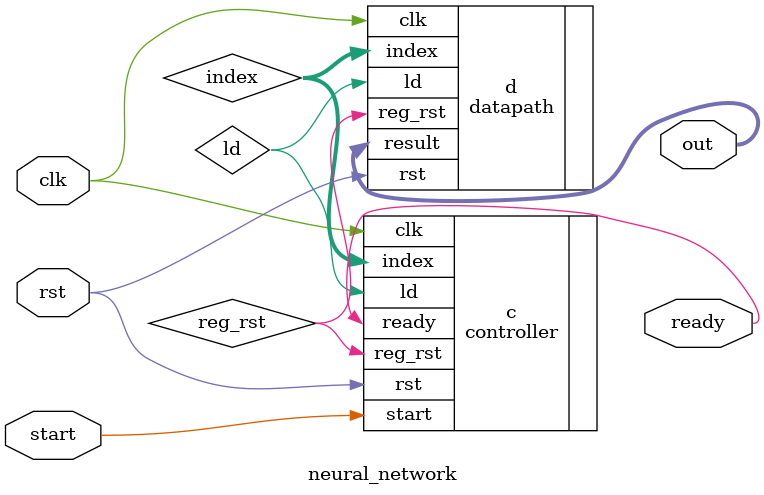
<source format=v>
`timescale 1ns / 1ps

module neural_network #(parameter N = 16)(clk, rst, start, out, ready);
	input clk, rst, start;
	output ready;
	output [15:0] out;
	
	wire ld, reg_rst;
	wire [15:0] index;
	
	datapath #(N) d (
    .clk(clk), 
    .rst(rst), 
    .ld(ld),
    .index(index), 
    .result(out),
    .reg_rst(reg_rst)
    );
	 
	controller #(N) c (
    .clk(clk), 
    .rst(rst), 
    .start(start), 
    .ld(ld), 
    .index(index), 
    .ready(ready),
    .reg_rst(reg_rst)
    );

endmodule

</source>
